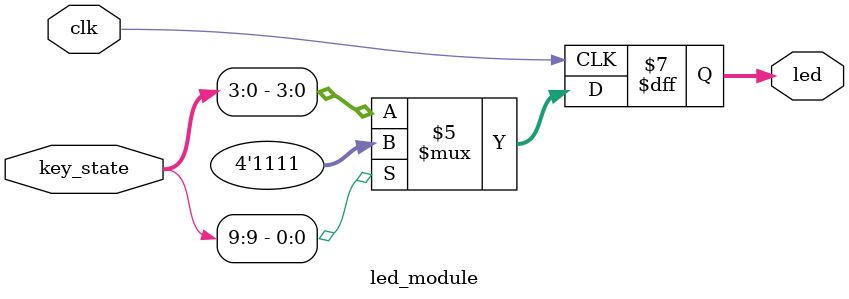
<source format=v>
module led_module(clk, key_state, led);
	input clk;
	input wire[9:0] key_state;
   output reg[3:0] led;
	
	initial begin
		led <= 4'b0000;
	end
	
	always @ (posedge clk)begin
		if (~key_state[9])begin
			led <= key_state[3:0];
		end else begin
			led <= 4'b1111;
		end
	end
endmodule

</source>
